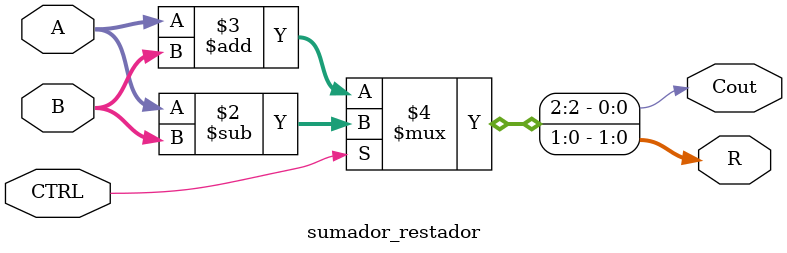
<source format=sv>
module sumador_restador
#(parameter NUM_BITS = 2) (A, B, CTRL, Cout, R);
    input logic [(NUM_BITS-1):0] A;
    input logic [(NUM_BITS-1):0] B;
    input logic CTRL;

    output logic Cout;
    output logic [(NUM_BITS-1):0] R;

    always @(A or B or CTRL) begin
    //     {Cout, R} <= A + B;
    //     // if (CTRL == 0) begin
    //     //     {Cout, R} <= A + B;
    //     // end
    //     // else begin
    //     //     R <= A - B;
    //     //     Cout <= 0;
    //     // end

        {Cout, R} <= CTRL ? A - B : A + B;
    end
endmodule
</source>
